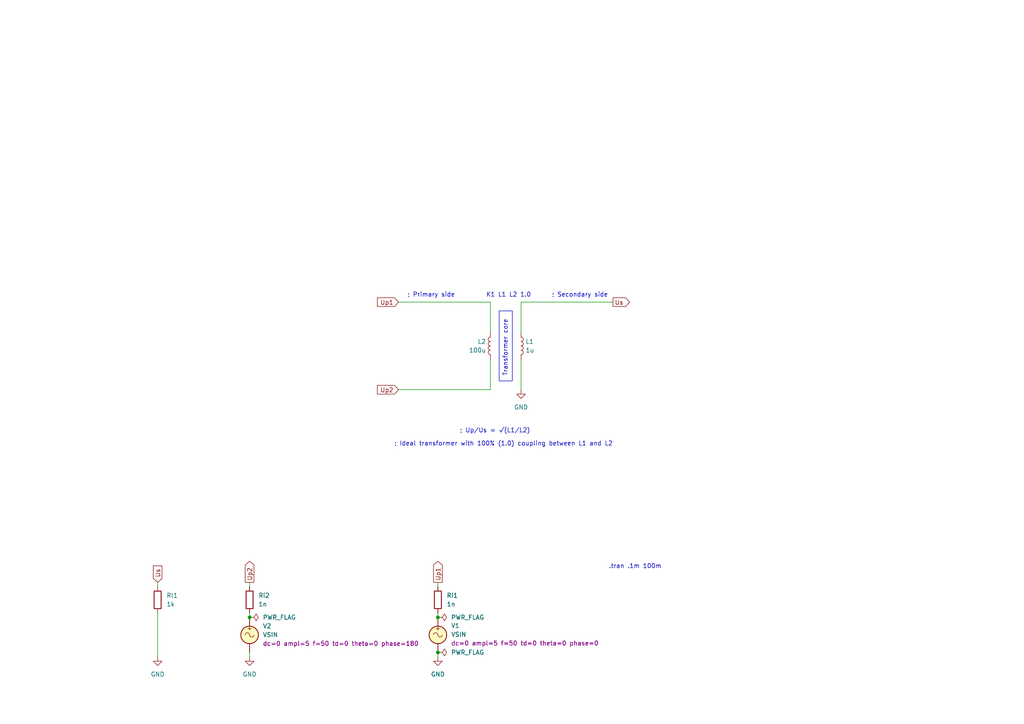
<source format=kicad_sch>
(kicad_sch (version 20230121) (generator eeschema)
  (paper "A4")
  (title_block (title "Transformer 1P 1S") (date "2024-02-27") (rev "1") (company "GitHub/OJStuff"))
  (lib_symbols
    (symbol "Device:L" (pin_numbers hide) (pin_names (offset 1.016) hide)
      (property "Reference" "L" (at -1.27 0 90))
      (property "Value" "L" (at 1.905 0 90))
      (symbol "L_0_1"
        (arc (start 0 -2.54) (mid 0.6323 -1.905) (end 0 -1.27))
        (arc (start 0 -1.27) (mid 0.6323 -0.635) (end 0 0))
        (arc (start 0 0) (mid 0.6323 0.635) (end 0 1.27))
        (arc (start 0 1.27) (mid 0.6323 1.905) (end 0 2.54))
      )
      (symbol "L_1_1"
        (pin passive line (at 0 3.81 270) (length 1.27) (name "1") (number "1"))
        (pin passive line (at 0 -3.81 90) (length 1.27) (name "2") (number "2"))
      )
    )
    (symbol "Device:R" (pin_numbers hide) (pin_names (offset 0))
      (property "Reference" "R" (at 2.032 0 90))
      (property "Value" "R" (at 0 0 90))
      (symbol "R_0_1"
        (rectangle (start -1.016 -2.54) (end 1.016 2.54) (stroke (width 0.254)))
      )
      (symbol "R_1_1"
        (pin passive line (at 0 3.81 270) (length 1.27) (name "~") (number "1"))
        (pin passive line (at 0 -3.81 90) (length 1.27) (name "~") (number "2"))
      )
    )
    (symbol "Simulation_SPICE:VSIN" (pin_numbers hide) (pin_names (offset 0.0254))
      (property "Reference" "V" (at 2.54 2.54 0))
      (property "Value" "VSIN" (at 2.54 0 0))
      (property "Sim.Params" "dc=0 ampl=1 f=1k ac=1" (at 2.54 -2.54 0))
      (symbol "VSIN_0_0"
        (arc (start 0 0) (mid -0.635 0.6323) (end -1.27 0))
        (arc (start 0 0) (mid 0.635 -0.6323) (end 1.27 0))
        (text "+" (at 0 1.905 0) (effects (font (size 1.27 1.27))))
      )
      (symbol "VSIN_0_1"
        (circle (center 0 0) (radius 2.54) (stroke (width 0.254)) (fill (type background)))
      )
      (symbol "VSIN_1_1"
        (pin passive line (at 0 5.08 270) (length 2.54) (name "~") (number "1"))
        (pin passive line (at 0 -5.08 90) (length 2.54) (name "~") (number "2"))
      )
    )
    (symbol "power:GND" (power) (pin_names (offset 0))
      (property "Value" "GND" (at 0 -3.81 0))
      (symbol "GND_0_1"
        (polyline (pts (xy 0 0) (xy 0 -1.27) (xy 1.27 -1.27) (xy 0 -2.54) (xy -1.27 -1.27) (xy 0 -1.27)))
      )
      (symbol "GND_1_1"
        (pin power_in line (at 0 0 270) (length 0) hide (name "GND") (number "1"))
      )
    )
    (symbol "power:PWR_FLAG" (power) (pin_numbers hide) (pin_names (offset 0) hide)
      (property "Value" "PWR_FLAG" (at 0 3.81 0))
      (symbol "PWR_FLAG_0_0"
        (pin power_out line (at 0 0 90) (length 0) (name "pwr") (number "1"))
      )
      (symbol "PWR_FLAG_0_1"
        (polyline (pts (xy 0 0) (xy 0 1.27) (xy -1.016 1.905) (xy 0 2.54) (xy 1.016 1.905) (xy 0 1.27)))
      )
    )
  )
  (junction (at 127 189.23))
  (junction (at 127 179.07))
  (junction (at 72.39 179.07))
  (wire (pts (xy 151.13 96.52) (xy 151.13 87.63)))
  (wire (pts (xy 142.24 87.63) (xy 142.24 96.52)))
  (wire (pts (xy 151.13 104.14) (xy 151.13 113.03)))
  (wire (pts (xy 127 189.23) (xy 127 190.5)))
  (wire (pts (xy 45.72 177.8) (xy 45.72 190.5)))
  (wire (pts (xy 115.57 113.03) (xy 142.24 113.03)))
  (wire (pts (xy 45.72 168.91) (xy 45.72 170.18)))
  (wire (pts (xy 151.13 87.63) (xy 177.8 87.63)))
  (wire (pts (xy 142.24 104.14) (xy 142.24 113.03)))
  (wire (pts (xy 115.57 87.63) (xy 142.24 87.63)))
  (wire (pts (xy 72.39 177.8) (xy 72.39 179.07)))
  (wire (pts (xy 127 177.8) (xy 127 179.07)))
  (wire (pts (xy 72.39 189.23) (xy 72.39 190.5)))
  (wire (pts (xy 72.39 168.91) (xy 72.39 170.18)))
  (wire (pts (xy 127 168.91) (xy 127 170.18)))
  (rectangle (start 144.78 90.17) (end 148.59 110.49))
  (text "; Primary side" (at 118.11 86.36 0) (effects (font (size 1.27 1.27)) (justify left bottom)))
  (text "; Secondary side" (at 160.02 86.36 0) (effects (font (size 1.27 1.27)) (justify left bottom)))
  (text "; Up/Us = √(L1/L2)" (at 133.35 125.73 0) (effects (font (size 1.27 1.27)) (justify left bottom)))
  (text "K1 L1 L2 1.0" (at 140.97 86.36 0) (effects (font (size 1.27 1.27)) (justify left bottom)))
  (text ".tran .1m 100m" (at 176.53 165.1 0) (effects (font (size 1.27 1.27)) (justify left bottom)))
  (text "Transformer core" (at 147.32 109.22 90) (effects (font (size 1.27 1.27)) (justify left bottom)))
  (text "; Ideal transformer with 100% (1.0) coupling between L1 and L2" (at 114.3 129.54 0) (effects (font (size 1.27 1.27)) (justify left bottom)))
  (global_label "Up1" (shape output) (at 127 168.91 90) (property "Intersheetrefs" "${INTERSHEET_REFS}" (effects hide)))
  (global_label "Up2" (shape output) (at 72.39 168.91 90) (property "Intersheetrefs" "${INTERSHEET_REFS}" (effects hide)))
  (global_label "Up1" (shape input) (at 115.57 87.63 180) (property "Intersheetrefs" "${INTERSHEET_REFS}" (effects hide)))
  (global_label "Up2" (shape input) (at 115.57 113.03 180) (property "Intersheetrefs" "${INTERSHEET_REFS}" (effects hide)))
  (global_label "Us" (shape input) (at 45.72 168.91 90) (property "Intersheetrefs" "${INTERSHEET_REFS}" (effects hide)))
  (global_label "Us" (shape output) (at 177.8 87.63 0) (property "Intersheetrefs" "${INTERSHEET_REFS}" (effects hide)))
  (symbol (lib_id "power:PWR_FLAG") (at 72.39 179.07 270) (unit 1)
    (property "Reference" "#FLG03" (effects hide))
    (property "Value" "PWR_FLAG" (at 76.2 179.07 90) (effects (justify left)))
  )
  (symbol (lib_id "Device:R") (at 72.39 173.99 0) (unit 1)
    (property "Reference" "Ri2" (at 74.93 172.72 0) (effects (justify left)))
    (property "Value" "1n" (at 74.93 175.26 0) (effects (justify left)))
  )
  (symbol (lib_id "Device:L") (at 142.24 100.33 0) (mirror y) (unit 1)
    (property "Reference" "L2" (at 140.97 99.06 0) (effects (justify left)))
    (property "Value" "100u" (at 140.97 101.6 0) (effects (justify left)))
  )
  (symbol (lib_id "Simulation_SPICE:VSIN") (at 127 184.15 0) (unit 1)
    (property "Reference" "V1" (at 130.81 181.4802 0) (effects (justify left)))
    (property "Value" "VSIN" (at 130.81 184.0202 0) (effects (justify left)))
    (property "Sim.Pins" "1=+ 2=-" (effects hide))
    (property "Sim.Params" "dc=0 ampl=5 f=50 td=0 theta=0 phase=0" (at 130.81 186.5602 0) (effects (justify left)))
    (property "Sim.Type" "SIN" (effects hide))
    (property "Sim.Device" "V" (effects hide))
  )
  (symbol (lib_id "Device:R") (at 127 173.99 0) (unit 1)
    (property "Reference" "Ri1" (at 129.54 172.72 0) (effects (justify left)))
    (property "Value" "1n" (at 129.54 175.26 0) (effects (justify left)))
  )
  (symbol (lib_id "power:GND") (at 151.13 113.03 0) (unit 1)
    (property "Reference" "#PWR02" (effects hide))
    (property "Value" "GND" (at 151.13 118.11 0))
  )
  (symbol (lib_id "power:GND") (at 72.39 190.5 0) (unit 1)
    (property "Reference" "#PWR05" (effects hide))
    (property "Value" "GND" (at 72.39 195.58 0))
  )
  (symbol (lib_id "power:GND") (at 45.72 190.5 0) (unit 1)
    (property "Reference" "#PWR04" (effects hide))
    (property "Value" "GND" (at 45.72 195.58 0))
  )
  (symbol (lib_id "power:PWR_FLAG") (at 127 189.23 270) (unit 1)
    (property "Reference" "#FLG02" (effects hide))
    (property "Value" "PWR_FLAG" (at 130.81 189.23 90) (effects (justify left)))
  )
  (symbol (lib_id "Simulation_SPICE:VSIN") (at 72.39 184.15 0) (unit 1)
    (property "Reference" "V2" (at 76.2 181.5742 0) (effects (justify left)))
    (property "Value" "VSIN" (at 76.2 184.1142 0) (effects (justify left)))
    (property "Sim.Pins" "1=+ 2=-" (effects hide))
    (property "Sim.Params" "dc=0 ampl=5 f=50 td=0 theta=0 phase=180" (at 76.2 186.6542 0) (effects (justify left)))
    (property "Sim.Type" "SIN" (effects hide))
    (property "Sim.Device" "V" (effects hide))
  )
  (symbol (lib_id "power:PWR_FLAG") (at 127 179.07 270) (unit 1)
    (property "Reference" "#FLG01" (effects hide))
    (property "Value" "PWR_FLAG" (at 130.81 179.07 90) (effects (justify left)))
  )
  (symbol (lib_id "Device:R") (at 45.72 173.99 0) (unit 1)
    (property "Reference" "Rl1" (at 48.26 172.72 0) (effects (justify left)))
    (property "Value" "1k" (at 48.26 175.26 0) (effects (justify left)))
  )
  (symbol (lib_id "power:GND") (at 127 190.5 0) (unit 1)
    (property "Reference" "#PWR03" (effects hide))
    (property "Value" "GND" (at 127 195.58 0))
  )
  (symbol (lib_id "Device:L") (at 151.13 100.33 0) (unit 1)
    (property "Reference" "L1" (at 152.4 99.06 0) (effects (justify left)))
    (property "Value" "1u" (at 152.4 101.6 0) (effects (justify left)))
  )
)
</source>
